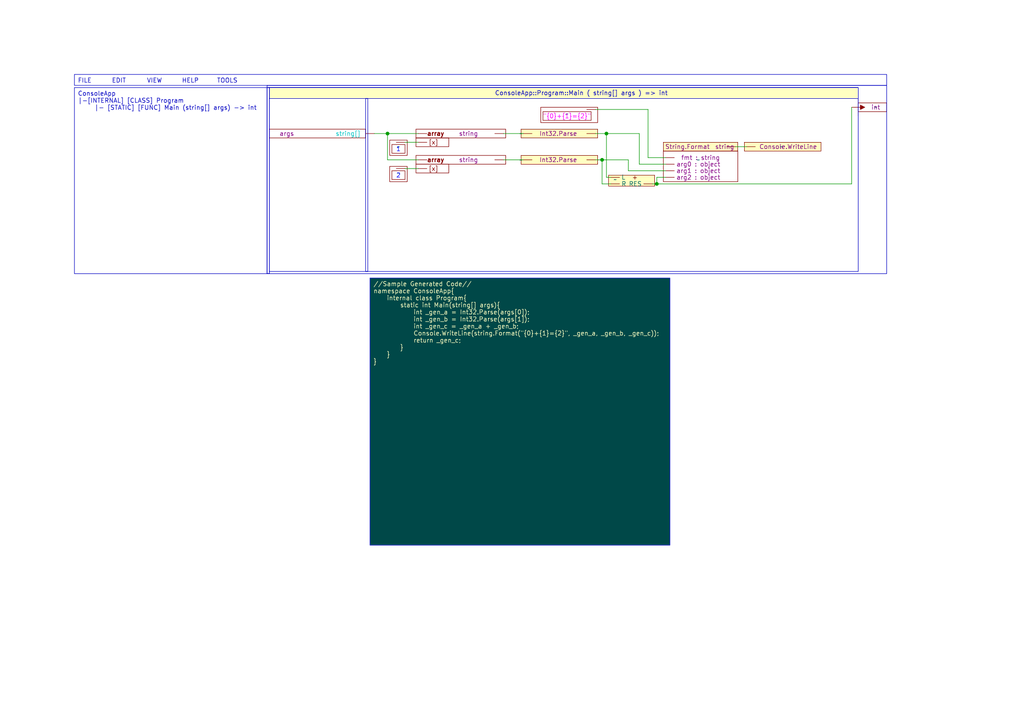
<source format=kicad_sch>
(kicad_sch (version 20230121) (generator eeschema)
  (paper "A4")
  (lib_symbols
    (symbol "__CONST_VAR_1"
      (property "Value" "~" (at -8.255 -1.27 0))
      (property "MyValue" "\"{0}+{1}={3}\"" (at -8.255 -1.905 0))
      (symbol "__CONST_VAR_1_1_1"
        (rectangle (start -15.875 0.635) (end 0.635 -3.81))
        (rectangle (start -15.24 -0.635) (end -1.27 -3.175))
        (pin output line (at 0 0 180) (length 2.54) (name "") (number ""))
      )
    )
    (symbol "__flowscript_code_syms:__CONST_VAR"
      (property "MyValue" "val" (at 0 -0.635 0))
      (symbol "__CONST_VAR_1_1"
        (rectangle (start -2.54 1.905) (end 2.54 -2.54))
        (rectangle (start -1.905 0.635) (end 1.905 -1.905))
        (pin output line (at 1.905 1.27 180) (length 2.54) (name "") (number ""))
      )
    )
    (symbol "__flowscript_code_syms:__OPP_+"
      (symbol "__OPP_+_1_1"
        (rectangle (start -0.635 0.635) (end 12.7 -2.54) (fill (type background)))
        (text "+" (at 6.985 0 0) (effects (font (size 1.27 1.27))))
        (pin input line (at 0 0 0) (length 2.54) (name "L") (number ""))
        (pin input line (at 0 -1.905 0) (length 2.54) (name "R") (number ""))
        (pin output line (at 12.065 -1.905 180) (length 2.54) (name "RES") (number ""))
      )
    )
    (symbol "__flowscript_code_syms:__aray_index_1d"
      (property "T_ITEM" "MySingleItemT" (at 14.605 0 0))
      (symbol "__aray_index_1d_0_1"
        (rectangle (start -0.635 1.27) (end 25.4 -1.27))
      )
      (symbol "__aray_index_1d_1_1"
        (rectangle (start -0.635 -1.27) (end 8.89 -3.81))
        (text "[x]" (at 4.445 -2.54 0) (effects (font (size 1.27 1.27))))
        (text "array" (at 5.08 0 0) (effects (font (size 1.27 1.27) bold)))
        (pin input line (at 0 -2.54 0) (length 2.54) (name "") (number ""))
        (pin input line (at 0 0 0) (length 2.54) (name "") (number ""))
        (pin output line (at 24.765 0 180) (length 2.54) (name "") (number ""))
      )
    )
    (symbol "__flowscript_code_syms:__func_call_static_1_in"
      (property "FullyQulifiedFuncName" "FullFuncName" (at 10.16 0 0))
      (symbol "__func_call_static_1_in_1_1"
        (rectangle (start -0.635 1.27) (end 21.59 -1.27) (fill (type background)))
        (pin input line (at 0 0 0) (length 2.54) (name "") (number ""))
        (pin output line (at 20.955 0 180) (length 2.54) (name "") (number ""))
      )
    )
    (symbol "__flowscript_code_syms:__func_call_static_1_in_-{gt}void"
      (property "FullFuncName" "FullFunctionName" (at 12.065 0 0))
      (symbol "__func_call_static_1_in_-{gt}void_1_1"
        (rectangle (start -0.635 1.27) (end 21.59 -1.27) (fill (type background)))
        (pin input line (at 0 0 0) (length 2.54) (name "") (number ""))
      )
    )
    (symbol "__flowscript_code_syms:__func_call_static_4_in"
      (property "FuncName" "MyFullFuncName" (at -1.27 3.81 0))
      (property "arg0_t" "arg0_t" (at -3.175 0.635 0))
      (property "arg1_t" "arg1_t" (at -3.175 -1.27 0))
      (property "arg2_t" "arg2_t" (at -3.175 -3.175 0))
      (property "arg3_t" "arg3_t" (at -3.175 -5.08 0))
      (property "return_t" "return_t" (at 6.985 0.635 0))
      (symbol "__func_call_static_4_in_1_1"
        (rectangle (start -10.16 2.54) (end 11.43 -6.35))
        (rectangle (start -10.16 5.08) (end 11.43 2.54) (fill (type color) (color 255 255 194 1)))
        (pin input line (at -9.525 -5.08 0) (length 2.54) (name "") (number ""))
        (pin input line (at -9.525 -3.175 0) (length 2.54) (name "") (number ""))
        (pin input line (at -9.525 -1.27 0) (length 2.54) (name "") (number ""))
        (pin input line (at -9.525 0.635 0) (length 2.54) (name "") (number ""))
        (pin output line (at 10.795 3.81 180) (length 2.54) (name "") (number ""))
      )
    )
    (symbol "__flowscript_code_syms:__function_argument" (pin_numbers hide)
      (property "var_name" "var_name" (at -8.89 0 0))
      (property "var_type" "var_type" (at 8.89 0 0))
      (symbol "__function_argument_0_1"
        (rectangle (start -13.97 1.27) (end 13.97 -1.27))
      )
      (symbol "__function_argument_1_1"
        (polyline (pts (xy -13.97 2.54) (xy -13.97 -2.54)) (stroke (width 0) (color 255 0 255 1)))
        (pin output line (at 16.51 0 180) (length 2.54) (name "") (number ""))
      )
    )
    (symbol "__flowscript_code_syms:__function_return"
      (property "type" "type" (at 5.08 0 0))
      (symbol "__function_return_0_1"
        (rectangle (start 0 1.27) (end 8.255 -1.27))
      )
      (symbol "__function_return_1_1"
        (polyline (pts (xy 0 2.54) (xy 0 -2.54)) (fill (type color) (color 255 0 255 1)))
        (polyline (pts (xy 0.635 0.635) (xy 0.635 -0.635) (xy 1.905 0) (xy 0.635 0.635)) (fill (type outline)))
        (pin input line (at -1.905 0 0) (length 2.54) (name "") (number ""))
      )
    )
  )
  (junction (at 190.5 53.34))
  (junction (at 175.895 38.735))
  (junction (at 112.395 38.735))
  (junction (at 174.625 46.355))
  (wire (pts (xy 189.23 53.34) (xy 190.5 53.34)))
  (wire (pts (xy 247.015 53.34) (xy 190.5 53.34)))
  (wire (pts (xy 112.395 46.355) (xy 112.395 38.735)))
  (wire (pts (xy 190.5 51.435) (xy 193.04 51.435)))
  (wire (pts (xy 175.895 38.735) (xy 185.42 38.735)))
  (wire (pts (xy 175.895 38.735) (xy 175.895 51.435)))
  (wire (pts (xy 187.96 45.72) (xy 193.04 45.72)))
  (wire (pts (xy 213.36 42.545) (xy 216.535 42.545)))
  (wire (pts (xy 187.96 31.75) (xy 187.96 45.72)))
  (wire (pts (xy 247.015 31.115) (xy 247.015 53.34)))
  (wire (pts (xy 108.585 38.735) (xy 112.395 38.735)))
  (wire (pts (xy 172.72 38.735) (xy 175.895 38.735)))
  (wire (pts (xy 182.245 49.53) (xy 193.04 49.53)))
  (wire (pts (xy 172.72 46.355) (xy 174.625 46.355)))
  (wire (pts (xy 117.475 41.275) (xy 121.285 41.275)))
  (wire (pts (xy 146.05 46.355) (xy 151.765 46.355)))
  (wire (pts (xy 146.05 38.735) (xy 151.765 38.735)))
  (wire (pts (xy 174.625 53.34) (xy 174.625 46.355)))
  (wire (pts (xy 175.895 51.435) (xy 177.165 51.435)))
  (wire (pts (xy 172.72 31.75) (xy 187.96 31.75)))
  (wire (pts (xy 177.165 53.34) (xy 174.625 53.34)))
  (wire (pts (xy 112.395 38.735) (xy 121.285 38.735)))
  (wire (pts (xy 121.285 46.355) (xy 112.395 46.355)))
  (wire (pts (xy 117.475 48.895) (xy 121.285 48.895)))
  (wire (pts (xy 190.5 53.34) (xy 190.5 51.435)))
  (wire (pts (xy 185.42 38.735) (xy 185.42 47.625)))
  (wire (pts (xy 174.625 46.355) (xy 182.245 46.355)))
  (wire (pts (xy 182.245 46.355) (xy 182.245 49.53)))
  (wire (pts (xy 185.42 47.625) (xy 193.04 47.625)))
  (rectangle (start 78.105 25.4) (end 248.92 78.74))
  (rectangle (start 78.105 25.4) (end 248.92 28.575) (fill (type color) (color 255 255 194 1)))
  (rectangle (start 77.47 24.765) (end 257.175 79.375))
  (rectangle (start 77.47 25.4) (end 78.105 79.375))
  (rectangle (start 106.045 28.575) (end 106.68 78.74))
  (text_box "ConsoleApp\n|-[INTERNAL] [CLASS] Program\n	|- [STATIC] [FUNC] Main (string[] args) -> int" (at 21.59 25.4 0) (size 56.515 53.975) (effects (font (size 1.27 1.27)) (justify left top)))
  (text_box "FILE	EDIT	VIEW	HELP	TOOLS" (at 21.59 21.59 0) (size 235.585 3.175) (effects (font (size 1.27 1.27)) (justify left top)))
  (text_box "//Sample Generated Code//\nnamespace ConsoleApp{\n    internal class Program{\n        static int Main(string[] args){\n            int _gen_a = Int32.Parse(args[0]);\n            int _gen_b = Int32.Parse(args[1]);\n            int _gen_c = _gen_a + _gen_b;\n            Console.WriteLine(string.Format(\"{0}+{1}={2}\", _gen_a, _gen_b, _gen_c));\n            return _gen_c;\n        }\n    }\n}" (at 107.315 80.645 0) (size 86.995 77.47) (fill (type color) (color 0 72 72 1)) (effects (font (size 1.27 1.27)) (justify left top)))
  (text "ConsoleApp::Program::Main ( string[] args ) => int" (at 143.51 27.94 0) (effects (font (size 1.27 1.27)) (justify left bottom)))
  (symbol (lib_id "__flowscript_code_syms:__func_call_static_1_in_-{gt}void") (at 216.535 42.545 0) (unit 1)
    (property "Reference" "U4" (effects hide))
    (property "Value" "~" (at 226.695 42.545 0))
    (property "FullFuncName" "Console.WriteLine" (at 228.6 42.545 0))
  )
  (symbol (lib_id "__flowscript_code_syms:__CONST_VAR") (at 115.57 50.165 0) (unit 1)
    (property "Reference" "CV2" (effects hide))
    (property "Value" "~" (at 115.57 50.165 0))
    (property "MyValue" "2" (at 115.57 50.8 0))
  )
  (symbol (lib_id "__flowscript_code_syms:__OPP_+") (at 177.165 51.435 0) (unit 1)
    (property "Reference" "ADD1" (effects hide))
    (property "Value" "~" (at 178.435 52.07 0))
  )
  (symbol (lib_id "__flowscript_code_syms:__function_argument") (at 92.075 38.735 0) (unit 1)
    (property "Reference" "fa2" (effects hide))
    (property "var_name" "args" (at 83.185 38.735 0))
    (property "var_type" "string[]" (at 100.965 38.735 0))
  )
  (symbol (lib_id "__flowscript_code_syms:__CONST_VAR") (at 115.57 42.545 0) (unit 1)
    (property "Reference" "CV1" (effects hide))
    (property "Value" "~" (at 115.57 42.545 0))
    (property "MyValue" "1" (at 115.57 43.18 0))
  )
  (symbol (lib_id "__flowscript_code_syms:__func_call_static_1_in") (at 151.765 38.735 0) (unit 1)
    (property "Reference" "fcs1" (effects hide))
    (property "Value" "~" (at 151.13 38.735 0))
    (property "FullyQulifiedFuncName" "Int32.Parse" (at 161.925 38.735 0))
  )
  (symbol (lib_id "__flowscript_code_syms:__aray_index_1d") (at 121.285 38.735 0) (unit 1)
    (property "Reference" "U2" (effects hide))
    (property "T_ITEM" "string" (at 135.89 38.735 0))
  )
  (symbol (lib_id "__flowscript_code_syms:__func_call_static_4_in") (at 202.565 46.355 0) (unit 1)
    (property "Reference" "fcs3" (effects hide))
    (property "Value" "~" (at 202.565 46.355 0))
    (property "FuncName" "String.Format" (at 199.39 42.545 0))
    (property "arg0_t" "fmt : string" (at 203.2 45.72 0))
    (property "arg1_t" "arg0 : object" (at 202.565 47.625 0))
    (property "arg2_t" "arg1 : object" (at 202.565 49.53 0))
    (property "arg3_t" "arg2 : object" (at 202.565 51.435 0))
    (property "return_t" "string" (at 210.185 42.545 0))
  )
  (symbol (lib_name "__CONST_VAR_1") (lib_id "__flowscript_code_syms:__CONST_VAR") (at 172.72 31.75 0) (unit 1)
    (property "Reference" "CV3" (effects hide))
    (property "Value" "~" (at 164.465 33.02 0))
    (property "MyValue" "\"{0}+{1}={2}\"" (at 164.465 33.655 0))
  )
  (symbol (lib_id "__flowscript_code_syms:__func_call_static_1_in") (at 151.765 46.355 0) (unit 1)
    (property "Reference" "fcs2" (effects hide))
    (property "Value" "~" (at 151.13 46.355 0))
    (property "FullyQulifiedFuncName" "Int32.Parse" (at 161.925 46.355 0))
  )
  (symbol (lib_id "__flowscript_code_syms:__aray_index_1d") (at 121.285 46.355 0) (unit 1)
    (property "Reference" "U3" (effects hide))
    (property "T_ITEM" "string" (at 135.89 46.355 0))
  )
  (symbol (lib_id "__flowscript_code_syms:__function_return") (at 248.92 31.115 0) (unit 1)
    (property "Reference" "fr2" (effects hide))
    (property "Value" "~" (at 254 31.115 0))
    (property "type" "int" (at 254 31.115 0))
  )
)
</source>
